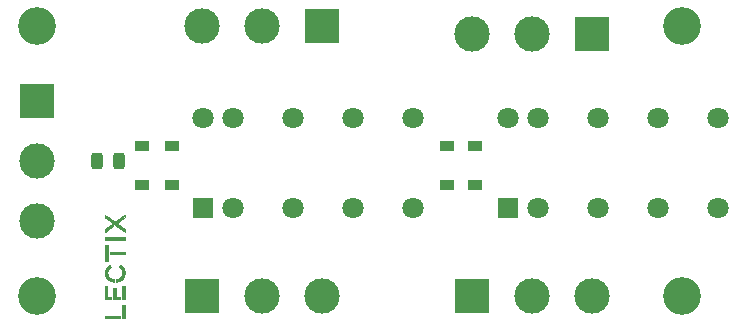
<source format=gts>
G04 #@! TF.GenerationSoftware,KiCad,Pcbnew,6.0.9-8da3e8f707~116~ubuntu20.04.1*
G04 #@! TF.CreationDate,2023-04-19T17:26:23+00:00*
G04 #@! TF.ProjectId,LEC022102,4c454330-3232-4313-9032-2e6b69636164,rev?*
G04 #@! TF.SameCoordinates,Original*
G04 #@! TF.FileFunction,Soldermask,Top*
G04 #@! TF.FilePolarity,Negative*
%FSLAX46Y46*%
G04 Gerber Fmt 4.6, Leading zero omitted, Abs format (unit mm)*
G04 Created by KiCad (PCBNEW 6.0.9-8da3e8f707~116~ubuntu20.04.1) date 2023-04-19 17:26:23*
%MOMM*%
%LPD*%
G01*
G04 APERTURE LIST*
G04 Aperture macros list*
%AMRoundRect*
0 Rectangle with rounded corners*
0 $1 Rounding radius*
0 $2 $3 $4 $5 $6 $7 $8 $9 X,Y pos of 4 corners*
0 Add a 4 corners polygon primitive as box body*
4,1,4,$2,$3,$4,$5,$6,$7,$8,$9,$2,$3,0*
0 Add four circle primitives for the rounded corners*
1,1,$1+$1,$2,$3*
1,1,$1+$1,$4,$5*
1,1,$1+$1,$6,$7*
1,1,$1+$1,$8,$9*
0 Add four rect primitives between the rounded corners*
20,1,$1+$1,$2,$3,$4,$5,0*
20,1,$1+$1,$4,$5,$6,$7,0*
20,1,$1+$1,$6,$7,$8,$9,0*
20,1,$1+$1,$8,$9,$2,$3,0*%
G04 Aperture macros list end*
%ADD10C,0.010000*%
%ADD11R,1.200000X0.900000*%
%ADD12R,3.000000X3.000000*%
%ADD13C,3.000000*%
%ADD14R,1.800000X1.800000*%
%ADD15C,1.800000*%
%ADD16C,3.200000*%
%ADD17RoundRect,0.243750X0.243750X0.456250X-0.243750X0.456250X-0.243750X-0.456250X0.243750X-0.456250X0*%
G04 APERTURE END LIST*
G04 #@! TO.C,LOGO1*
G36*
X97619820Y-90416380D02*
G01*
X96337120Y-90416380D01*
X96337120Y-90195400D01*
X97619820Y-90195400D01*
X97619820Y-90416380D01*
G37*
D10*
X97619820Y-90416380D02*
X96337120Y-90416380D01*
X96337120Y-90195400D01*
X97619820Y-90195400D01*
X97619820Y-90416380D01*
G36*
X96373183Y-87364852D02*
G01*
X96414298Y-87394936D01*
X96454325Y-87424213D01*
X96493069Y-87452542D01*
X96530338Y-87479783D01*
X96565940Y-87505794D01*
X96599680Y-87530434D01*
X96631366Y-87553564D01*
X96660806Y-87575043D01*
X96687806Y-87594729D01*
X96712172Y-87612482D01*
X96733713Y-87628161D01*
X96752236Y-87641626D01*
X96767546Y-87652735D01*
X96779452Y-87661349D01*
X96787760Y-87667326D01*
X96792277Y-87670526D01*
X96793087Y-87671054D01*
X96795269Y-87669593D01*
X96801370Y-87665293D01*
X96811192Y-87658297D01*
X96824541Y-87648744D01*
X96841220Y-87636776D01*
X96861032Y-87622535D01*
X96883783Y-87606162D01*
X96909275Y-87587798D01*
X96937314Y-87567584D01*
X96967701Y-87545663D01*
X97000243Y-87522175D01*
X97034742Y-87497261D01*
X97071003Y-87471062D01*
X97108829Y-87443721D01*
X97148025Y-87415378D01*
X97188395Y-87386175D01*
X97204766Y-87374329D01*
X97245564Y-87344810D01*
X97285274Y-87316087D01*
X97323701Y-87288301D01*
X97360647Y-87261595D01*
X97395916Y-87236111D01*
X97429310Y-87211990D01*
X97460635Y-87189374D01*
X97489692Y-87168405D01*
X97516285Y-87149225D01*
X97540218Y-87131975D01*
X97561293Y-87116798D01*
X97579315Y-87103836D01*
X97594086Y-87093230D01*
X97605411Y-87085122D01*
X97613091Y-87079654D01*
X97616932Y-87076967D01*
X97617347Y-87076704D01*
X97617981Y-87078984D01*
X97618522Y-87086178D01*
X97618969Y-87098122D01*
X97619317Y-87114651D01*
X97619563Y-87135600D01*
X97619703Y-87160804D01*
X97619734Y-87189734D01*
X97619649Y-87303610D01*
X97285780Y-87544910D01*
X97249037Y-87571474D01*
X97213426Y-87597235D01*
X97179163Y-87622035D01*
X97146466Y-87645717D01*
X97115550Y-87668124D01*
X97086632Y-87689098D01*
X97059929Y-87708483D01*
X97035658Y-87726120D01*
X97014034Y-87741853D01*
X96995274Y-87755525D01*
X96979596Y-87766977D01*
X96967215Y-87776052D01*
X96958347Y-87782594D01*
X96953211Y-87786444D01*
X96951933Y-87787480D01*
X96953950Y-87789094D01*
X96959854Y-87793545D01*
X96969427Y-87800676D01*
X96982455Y-87810326D01*
X96998722Y-87822339D01*
X97018010Y-87836553D01*
X97040106Y-87852812D01*
X97064791Y-87870956D01*
X97091851Y-87890827D01*
X97121070Y-87912266D01*
X97152231Y-87935113D01*
X97185119Y-87959211D01*
X97219518Y-87984400D01*
X97255211Y-88010523D01*
X97283644Y-88031320D01*
X97320214Y-88058075D01*
X97355667Y-88084035D01*
X97389786Y-88109039D01*
X97422355Y-88132928D01*
X97453156Y-88155542D01*
X97481973Y-88176721D01*
X97508589Y-88196307D01*
X97532787Y-88214137D01*
X97554350Y-88230054D01*
X97573061Y-88243898D01*
X97588704Y-88255507D01*
X97601061Y-88264724D01*
X97609916Y-88271387D01*
X97615051Y-88275338D01*
X97616335Y-88276430D01*
X97616529Y-88279426D01*
X97616680Y-88286975D01*
X97616789Y-88298550D01*
X97616853Y-88313625D01*
X97616870Y-88331673D01*
X97616839Y-88352167D01*
X97616759Y-88374581D01*
X97616672Y-88391352D01*
X97616010Y-88503733D01*
X96787970Y-87897775D01*
X96729907Y-87855283D01*
X96672878Y-87813543D01*
X96617019Y-87772657D01*
X96562469Y-87732724D01*
X96509363Y-87693846D01*
X96457839Y-87656122D01*
X96408036Y-87619653D01*
X96360089Y-87584541D01*
X96314136Y-87550885D01*
X96270314Y-87518786D01*
X96228761Y-87488345D01*
X96189614Y-87459662D01*
X96153011Y-87432838D01*
X96119087Y-87407973D01*
X96087981Y-87385168D01*
X96059831Y-87364523D01*
X96034772Y-87346140D01*
X96012943Y-87330118D01*
X95994481Y-87316559D01*
X95979522Y-87305563D01*
X95968205Y-87297229D01*
X95960667Y-87291660D01*
X95957044Y-87288955D01*
X95956728Y-87288706D01*
X95955936Y-87286871D01*
X95955292Y-87282807D01*
X95954789Y-87276140D01*
X95954418Y-87266496D01*
X95954171Y-87253503D01*
X95954039Y-87236788D01*
X95954016Y-87215976D01*
X95954092Y-87190696D01*
X95954188Y-87172150D01*
X95954850Y-87058704D01*
X96373183Y-87364852D01*
G37*
X96373183Y-87364852D02*
X96414298Y-87394936D01*
X96454325Y-87424213D01*
X96493069Y-87452542D01*
X96530338Y-87479783D01*
X96565940Y-87505794D01*
X96599680Y-87530434D01*
X96631366Y-87553564D01*
X96660806Y-87575043D01*
X96687806Y-87594729D01*
X96712172Y-87612482D01*
X96733713Y-87628161D01*
X96752236Y-87641626D01*
X96767546Y-87652735D01*
X96779452Y-87661349D01*
X96787760Y-87667326D01*
X96792277Y-87670526D01*
X96793087Y-87671054D01*
X96795269Y-87669593D01*
X96801370Y-87665293D01*
X96811192Y-87658297D01*
X96824541Y-87648744D01*
X96841220Y-87636776D01*
X96861032Y-87622535D01*
X96883783Y-87606162D01*
X96909275Y-87587798D01*
X96937314Y-87567584D01*
X96967701Y-87545663D01*
X97000243Y-87522175D01*
X97034742Y-87497261D01*
X97071003Y-87471062D01*
X97108829Y-87443721D01*
X97148025Y-87415378D01*
X97188395Y-87386175D01*
X97204766Y-87374329D01*
X97245564Y-87344810D01*
X97285274Y-87316087D01*
X97323701Y-87288301D01*
X97360647Y-87261595D01*
X97395916Y-87236111D01*
X97429310Y-87211990D01*
X97460635Y-87189374D01*
X97489692Y-87168405D01*
X97516285Y-87149225D01*
X97540218Y-87131975D01*
X97561293Y-87116798D01*
X97579315Y-87103836D01*
X97594086Y-87093230D01*
X97605411Y-87085122D01*
X97613091Y-87079654D01*
X97616932Y-87076967D01*
X97617347Y-87076704D01*
X97617981Y-87078984D01*
X97618522Y-87086178D01*
X97618969Y-87098122D01*
X97619317Y-87114651D01*
X97619563Y-87135600D01*
X97619703Y-87160804D01*
X97619734Y-87189734D01*
X97619649Y-87303610D01*
X97285780Y-87544910D01*
X97249037Y-87571474D01*
X97213426Y-87597235D01*
X97179163Y-87622035D01*
X97146466Y-87645717D01*
X97115550Y-87668124D01*
X97086632Y-87689098D01*
X97059929Y-87708483D01*
X97035658Y-87726120D01*
X97014034Y-87741853D01*
X96995274Y-87755525D01*
X96979596Y-87766977D01*
X96967215Y-87776052D01*
X96958347Y-87782594D01*
X96953211Y-87786444D01*
X96951933Y-87787480D01*
X96953950Y-87789094D01*
X96959854Y-87793545D01*
X96969427Y-87800676D01*
X96982455Y-87810326D01*
X96998722Y-87822339D01*
X97018010Y-87836553D01*
X97040106Y-87852812D01*
X97064791Y-87870956D01*
X97091851Y-87890827D01*
X97121070Y-87912266D01*
X97152231Y-87935113D01*
X97185119Y-87959211D01*
X97219518Y-87984400D01*
X97255211Y-88010523D01*
X97283644Y-88031320D01*
X97320214Y-88058075D01*
X97355667Y-88084035D01*
X97389786Y-88109039D01*
X97422355Y-88132928D01*
X97453156Y-88155542D01*
X97481973Y-88176721D01*
X97508589Y-88196307D01*
X97532787Y-88214137D01*
X97554350Y-88230054D01*
X97573061Y-88243898D01*
X97588704Y-88255507D01*
X97601061Y-88264724D01*
X97609916Y-88271387D01*
X97615051Y-88275338D01*
X97616335Y-88276430D01*
X97616529Y-88279426D01*
X97616680Y-88286975D01*
X97616789Y-88298550D01*
X97616853Y-88313625D01*
X97616870Y-88331673D01*
X97616839Y-88352167D01*
X97616759Y-88374581D01*
X97616672Y-88391352D01*
X97616010Y-88503733D01*
X96787970Y-87897775D01*
X96729907Y-87855283D01*
X96672878Y-87813543D01*
X96617019Y-87772657D01*
X96562469Y-87732724D01*
X96509363Y-87693846D01*
X96457839Y-87656122D01*
X96408036Y-87619653D01*
X96360089Y-87584541D01*
X96314136Y-87550885D01*
X96270314Y-87518786D01*
X96228761Y-87488345D01*
X96189614Y-87459662D01*
X96153011Y-87432838D01*
X96119087Y-87407973D01*
X96087981Y-87385168D01*
X96059831Y-87364523D01*
X96034772Y-87346140D01*
X96012943Y-87330118D01*
X95994481Y-87316559D01*
X95979522Y-87305563D01*
X95968205Y-87297229D01*
X95960667Y-87291660D01*
X95957044Y-87288955D01*
X95956728Y-87288706D01*
X95955936Y-87286871D01*
X95955292Y-87282807D01*
X95954789Y-87276140D01*
X95954418Y-87266496D01*
X95954171Y-87253503D01*
X95954039Y-87236788D01*
X95954016Y-87215976D01*
X95954092Y-87190696D01*
X95954188Y-87172150D01*
X95954850Y-87058704D01*
X96373183Y-87364852D01*
G36*
X97627440Y-95826580D02*
G01*
X97403920Y-95826580D01*
X97403920Y-94678500D01*
X97627440Y-94678500D01*
X97627440Y-95826580D01*
G37*
X97627440Y-95826580D02*
X97403920Y-95826580D01*
X97403920Y-94678500D01*
X97627440Y-94678500D01*
X97627440Y-95826580D01*
G36*
X96161860Y-94007940D02*
G01*
X96474280Y-94007940D01*
X96474280Y-94231460D01*
X95940880Y-94231460D01*
X95940880Y-93134180D01*
X96161860Y-93134180D01*
X96161860Y-94007940D01*
G37*
X96161860Y-94007940D02*
X96474280Y-94007940D01*
X96474280Y-94231460D01*
X95940880Y-94231460D01*
X95940880Y-93134180D01*
X96161860Y-93134180D01*
X96161860Y-94007940D01*
G36*
X97226120Y-95826580D02*
G01*
X95951040Y-95826580D01*
X95951040Y-95605600D01*
X97226120Y-95605600D01*
X97226120Y-95826580D01*
G37*
X97226120Y-95826580D02*
X95951040Y-95826580D01*
X95951040Y-95605600D01*
X97226120Y-95605600D01*
X97226120Y-95826580D01*
G36*
X96883220Y-94007940D02*
G01*
X97226120Y-94007940D01*
X97226120Y-94228920D01*
X96659700Y-94228920D01*
X96659700Y-93248480D01*
X96883220Y-93248480D01*
X96883220Y-94007940D01*
G37*
X96883220Y-94007940D02*
X97226120Y-94007940D01*
X97226120Y-94228920D01*
X96659700Y-94228920D01*
X96659700Y-93248480D01*
X96883220Y-93248480D01*
X96883220Y-94007940D01*
G36*
X97627440Y-94226380D02*
G01*
X97403920Y-94226380D01*
X97403920Y-93134180D01*
X97627440Y-93134180D01*
X97627440Y-94226380D01*
G37*
X97627440Y-94226380D02*
X97403920Y-94226380D01*
X97403920Y-93134180D01*
X97627440Y-93134180D01*
X97627440Y-94226380D01*
G36*
X97619820Y-89169240D02*
G01*
X95948500Y-89169240D01*
X95948500Y-88948260D01*
X97619820Y-88948260D01*
X97619820Y-89169240D01*
G37*
X97619820Y-89169240D02*
X95948500Y-89169240D01*
X95948500Y-88948260D01*
X97619820Y-88948260D01*
X97619820Y-89169240D01*
G36*
X96322046Y-91327073D02*
G01*
X96323794Y-91329384D01*
X96327936Y-91335416D01*
X96334116Y-91344624D01*
X96341976Y-91356459D01*
X96351159Y-91370373D01*
X96361308Y-91385819D01*
X96372066Y-91402250D01*
X96383075Y-91419117D01*
X96393979Y-91435873D01*
X96404419Y-91451971D01*
X96414039Y-91466862D01*
X96422482Y-91480000D01*
X96429390Y-91490835D01*
X96434407Y-91498822D01*
X96437174Y-91503412D01*
X96437584Y-91504206D01*
X96436718Y-91507032D01*
X96432095Y-91511095D01*
X96423339Y-91516695D01*
X96417914Y-91519816D01*
X96390428Y-91536911D01*
X96362002Y-91557573D01*
X96333852Y-91580771D01*
X96307197Y-91605472D01*
X96283254Y-91630644D01*
X96273140Y-91642520D01*
X96243172Y-91683154D01*
X96217127Y-91726753D01*
X96195226Y-91772804D01*
X96177690Y-91820792D01*
X96164740Y-91870203D01*
X96157813Y-91910548D01*
X96155768Y-91932054D01*
X96154722Y-91956779D01*
X96154637Y-91983240D01*
X96155480Y-92009955D01*
X96157214Y-92035443D01*
X96159804Y-92058221D01*
X96161603Y-92069174D01*
X96173608Y-92119714D01*
X96190099Y-92168225D01*
X96210857Y-92214466D01*
X96235666Y-92258196D01*
X96264308Y-92299174D01*
X96296566Y-92337159D01*
X96332223Y-92371910D01*
X96371062Y-92403186D01*
X96412864Y-92430748D01*
X96457413Y-92454352D01*
X96504492Y-92473760D01*
X96535621Y-92483801D01*
X96580052Y-92494444D01*
X96626105Y-92501072D01*
X96664145Y-92503568D01*
X96705420Y-92504972D01*
X96705420Y-92725969D01*
X96660335Y-92724493D01*
X96600765Y-92720049D01*
X96542219Y-92710761D01*
X96484945Y-92696804D01*
X96429192Y-92678357D01*
X96375206Y-92655595D01*
X96323239Y-92628694D01*
X96273537Y-92597832D01*
X96226349Y-92563184D01*
X96181923Y-92524927D01*
X96140510Y-92483238D01*
X96102355Y-92438292D01*
X96067709Y-92390267D01*
X96036820Y-92339339D01*
X96009936Y-92285684D01*
X95996046Y-92252800D01*
X95977465Y-92199923D01*
X95962763Y-92145211D01*
X95951716Y-92087795D01*
X95949434Y-92072460D01*
X95947688Y-92056281D01*
X95946339Y-92036218D01*
X95945399Y-92013456D01*
X95944875Y-91989175D01*
X95944777Y-91964559D01*
X95945115Y-91940791D01*
X95945898Y-91919051D01*
X95947135Y-91900524D01*
X95948013Y-91892120D01*
X95958111Y-91830464D01*
X95972858Y-91770518D01*
X95992120Y-91712498D01*
X96015760Y-91656620D01*
X96043642Y-91603099D01*
X96075632Y-91552150D01*
X96111592Y-91503988D01*
X96151388Y-91458829D01*
X96194884Y-91416889D01*
X96241944Y-91378383D01*
X96292433Y-91343525D01*
X96294462Y-91342247D01*
X96304604Y-91336050D01*
X96313176Y-91331127D01*
X96319284Y-91327968D01*
X96322034Y-91327067D01*
X96322046Y-91327073D01*
G37*
X96322046Y-91327073D02*
X96323794Y-91329384D01*
X96327936Y-91335416D01*
X96334116Y-91344624D01*
X96341976Y-91356459D01*
X96351159Y-91370373D01*
X96361308Y-91385819D01*
X96372066Y-91402250D01*
X96383075Y-91419117D01*
X96393979Y-91435873D01*
X96404419Y-91451971D01*
X96414039Y-91466862D01*
X96422482Y-91480000D01*
X96429390Y-91490835D01*
X96434407Y-91498822D01*
X96437174Y-91503412D01*
X96437584Y-91504206D01*
X96436718Y-91507032D01*
X96432095Y-91511095D01*
X96423339Y-91516695D01*
X96417914Y-91519816D01*
X96390428Y-91536911D01*
X96362002Y-91557573D01*
X96333852Y-91580771D01*
X96307197Y-91605472D01*
X96283254Y-91630644D01*
X96273140Y-91642520D01*
X96243172Y-91683154D01*
X96217127Y-91726753D01*
X96195226Y-91772804D01*
X96177690Y-91820792D01*
X96164740Y-91870203D01*
X96157813Y-91910548D01*
X96155768Y-91932054D01*
X96154722Y-91956779D01*
X96154637Y-91983240D01*
X96155480Y-92009955D01*
X96157214Y-92035443D01*
X96159804Y-92058221D01*
X96161603Y-92069174D01*
X96173608Y-92119714D01*
X96190099Y-92168225D01*
X96210857Y-92214466D01*
X96235666Y-92258196D01*
X96264308Y-92299174D01*
X96296566Y-92337159D01*
X96332223Y-92371910D01*
X96371062Y-92403186D01*
X96412864Y-92430748D01*
X96457413Y-92454352D01*
X96504492Y-92473760D01*
X96535621Y-92483801D01*
X96580052Y-92494444D01*
X96626105Y-92501072D01*
X96664145Y-92503568D01*
X96705420Y-92504972D01*
X96705420Y-92725969D01*
X96660335Y-92724493D01*
X96600765Y-92720049D01*
X96542219Y-92710761D01*
X96484945Y-92696804D01*
X96429192Y-92678357D01*
X96375206Y-92655595D01*
X96323239Y-92628694D01*
X96273537Y-92597832D01*
X96226349Y-92563184D01*
X96181923Y-92524927D01*
X96140510Y-92483238D01*
X96102355Y-92438292D01*
X96067709Y-92390267D01*
X96036820Y-92339339D01*
X96009936Y-92285684D01*
X95996046Y-92252800D01*
X95977465Y-92199923D01*
X95962763Y-92145211D01*
X95951716Y-92087795D01*
X95949434Y-92072460D01*
X95947688Y-92056281D01*
X95946339Y-92036218D01*
X95945399Y-92013456D01*
X95944875Y-91989175D01*
X95944777Y-91964559D01*
X95945115Y-91940791D01*
X95945898Y-91919051D01*
X95947135Y-91900524D01*
X95948013Y-91892120D01*
X95958111Y-91830464D01*
X95972858Y-91770518D01*
X95992120Y-91712498D01*
X96015760Y-91656620D01*
X96043642Y-91603099D01*
X96075632Y-91552150D01*
X96111592Y-91503988D01*
X96151388Y-91458829D01*
X96194884Y-91416889D01*
X96241944Y-91378383D01*
X96292433Y-91343525D01*
X96294462Y-91342247D01*
X96304604Y-91336050D01*
X96313176Y-91331127D01*
X96319284Y-91327968D01*
X96322034Y-91327067D01*
X96322046Y-91327073D01*
G36*
X97236864Y-91291350D02*
G01*
X97242246Y-91293764D01*
X97250130Y-91298171D01*
X97261022Y-91304839D01*
X97275432Y-91314037D01*
X97280730Y-91317468D01*
X97331247Y-91353255D01*
X97378456Y-91392767D01*
X97422181Y-91435747D01*
X97462245Y-91481939D01*
X97498473Y-91531085D01*
X97530690Y-91582929D01*
X97558719Y-91637214D01*
X97582386Y-91693683D01*
X97601513Y-91752078D01*
X97614608Y-91805614D01*
X97618715Y-91826549D01*
X97621937Y-91845693D01*
X97624387Y-91864214D01*
X97626177Y-91883279D01*
X97627419Y-91904056D01*
X97628226Y-91927714D01*
X97628665Y-91951810D01*
X97628860Y-91970035D01*
X97628960Y-91986929D01*
X97628966Y-92001719D01*
X97628880Y-92013633D01*
X97628704Y-92021897D01*
X97628485Y-92025470D01*
X97627741Y-92031358D01*
X97626630Y-92040690D01*
X97625341Y-92051862D01*
X97624735Y-92057220D01*
X97616047Y-92112997D01*
X97602574Y-92168993D01*
X97584545Y-92224599D01*
X97562188Y-92279206D01*
X97535731Y-92332203D01*
X97505401Y-92382981D01*
X97499955Y-92391230D01*
X97479098Y-92421202D01*
X97458653Y-92447956D01*
X97437317Y-92473058D01*
X97413790Y-92498073D01*
X97398501Y-92513282D01*
X97351656Y-92555480D01*
X97302179Y-92593384D01*
X97250236Y-92626914D01*
X97195994Y-92655986D01*
X97139618Y-92680518D01*
X97081274Y-92700426D01*
X97021129Y-92715629D01*
X96975477Y-92723813D01*
X96966261Y-92725020D01*
X96953810Y-92726423D01*
X96939307Y-92727913D01*
X96923937Y-92729382D01*
X96908885Y-92730719D01*
X96895334Y-92731815D01*
X96884470Y-92732562D01*
X96877505Y-92732850D01*
X96877107Y-92730398D01*
X96876738Y-92723379D01*
X96876405Y-92712308D01*
X96876119Y-92697696D01*
X96875886Y-92680059D01*
X96875717Y-92659909D01*
X96875620Y-92637759D01*
X96875600Y-92621481D01*
X96875600Y-92510101D01*
X96909255Y-92508598D01*
X96958642Y-92503880D01*
X97007391Y-92494286D01*
X97055126Y-92480012D01*
X97101472Y-92461257D01*
X97146055Y-92438216D01*
X97188500Y-92411087D01*
X97228432Y-92380067D01*
X97265476Y-92345352D01*
X97299258Y-92307140D01*
X97304066Y-92301060D01*
X97332193Y-92260962D01*
X97356754Y-92217655D01*
X97377491Y-92171786D01*
X97394147Y-92124001D01*
X97406466Y-92074946D01*
X97414191Y-92025267D01*
X97414331Y-92023939D01*
X97415812Y-92002583D01*
X97416277Y-91977988D01*
X97415784Y-91951830D01*
X97414393Y-91925784D01*
X97412161Y-91901525D01*
X97409369Y-91881960D01*
X97397968Y-91831580D01*
X97382011Y-91782829D01*
X97361722Y-91736027D01*
X97337326Y-91691494D01*
X97309050Y-91649553D01*
X97277119Y-91610523D01*
X97241757Y-91574725D01*
X97203189Y-91542479D01*
X97161642Y-91514107D01*
X97143570Y-91503541D01*
X97135866Y-91499236D01*
X97130162Y-91496023D01*
X97127660Y-91494581D01*
X97127648Y-91494572D01*
X97128589Y-91492282D01*
X97131586Y-91486034D01*
X97136356Y-91476378D01*
X97142617Y-91463866D01*
X97150087Y-91449050D01*
X97158484Y-91432482D01*
X97167526Y-91414712D01*
X97176930Y-91396291D01*
X97186414Y-91377773D01*
X97195697Y-91359708D01*
X97204496Y-91342647D01*
X97212530Y-91327143D01*
X97219515Y-91313746D01*
X97225170Y-91303008D01*
X97229212Y-91295481D01*
X97231360Y-91291716D01*
X97231574Y-91291421D01*
X97233476Y-91290658D01*
X97236864Y-91291350D01*
G37*
X97236864Y-91291350D02*
X97242246Y-91293764D01*
X97250130Y-91298171D01*
X97261022Y-91304839D01*
X97275432Y-91314037D01*
X97280730Y-91317468D01*
X97331247Y-91353255D01*
X97378456Y-91392767D01*
X97422181Y-91435747D01*
X97462245Y-91481939D01*
X97498473Y-91531085D01*
X97530690Y-91582929D01*
X97558719Y-91637214D01*
X97582386Y-91693683D01*
X97601513Y-91752078D01*
X97614608Y-91805614D01*
X97618715Y-91826549D01*
X97621937Y-91845693D01*
X97624387Y-91864214D01*
X97626177Y-91883279D01*
X97627419Y-91904056D01*
X97628226Y-91927714D01*
X97628665Y-91951810D01*
X97628860Y-91970035D01*
X97628960Y-91986929D01*
X97628966Y-92001719D01*
X97628880Y-92013633D01*
X97628704Y-92021897D01*
X97628485Y-92025470D01*
X97627741Y-92031358D01*
X97626630Y-92040690D01*
X97625341Y-92051862D01*
X97624735Y-92057220D01*
X97616047Y-92112997D01*
X97602574Y-92168993D01*
X97584545Y-92224599D01*
X97562188Y-92279206D01*
X97535731Y-92332203D01*
X97505401Y-92382981D01*
X97499955Y-92391230D01*
X97479098Y-92421202D01*
X97458653Y-92447956D01*
X97437317Y-92473058D01*
X97413790Y-92498073D01*
X97398501Y-92513282D01*
X97351656Y-92555480D01*
X97302179Y-92593384D01*
X97250236Y-92626914D01*
X97195994Y-92655986D01*
X97139618Y-92680518D01*
X97081274Y-92700426D01*
X97021129Y-92715629D01*
X96975477Y-92723813D01*
X96966261Y-92725020D01*
X96953810Y-92726423D01*
X96939307Y-92727913D01*
X96923937Y-92729382D01*
X96908885Y-92730719D01*
X96895334Y-92731815D01*
X96884470Y-92732562D01*
X96877505Y-92732850D01*
X96877107Y-92730398D01*
X96876738Y-92723379D01*
X96876405Y-92712308D01*
X96876119Y-92697696D01*
X96875886Y-92680059D01*
X96875717Y-92659909D01*
X96875620Y-92637759D01*
X96875600Y-92621481D01*
X96875600Y-92510101D01*
X96909255Y-92508598D01*
X96958642Y-92503880D01*
X97007391Y-92494286D01*
X97055126Y-92480012D01*
X97101472Y-92461257D01*
X97146055Y-92438216D01*
X97188500Y-92411087D01*
X97228432Y-92380067D01*
X97265476Y-92345352D01*
X97299258Y-92307140D01*
X97304066Y-92301060D01*
X97332193Y-92260962D01*
X97356754Y-92217655D01*
X97377491Y-92171786D01*
X97394147Y-92124001D01*
X97406466Y-92074946D01*
X97414191Y-92025267D01*
X97414331Y-92023939D01*
X97415812Y-92002583D01*
X97416277Y-91977988D01*
X97415784Y-91951830D01*
X97414393Y-91925784D01*
X97412161Y-91901525D01*
X97409369Y-91881960D01*
X97397968Y-91831580D01*
X97382011Y-91782829D01*
X97361722Y-91736027D01*
X97337326Y-91691494D01*
X97309050Y-91649553D01*
X97277119Y-91610523D01*
X97241757Y-91574725D01*
X97203189Y-91542479D01*
X97161642Y-91514107D01*
X97143570Y-91503541D01*
X97135866Y-91499236D01*
X97130162Y-91496023D01*
X97127660Y-91494581D01*
X97127648Y-91494572D01*
X97128589Y-91492282D01*
X97131586Y-91486034D01*
X97136356Y-91476378D01*
X97142617Y-91463866D01*
X97150087Y-91449050D01*
X97158484Y-91432482D01*
X97167526Y-91414712D01*
X97176930Y-91396291D01*
X97186414Y-91377773D01*
X97195697Y-91359708D01*
X97204496Y-91342647D01*
X97212530Y-91327143D01*
X97219515Y-91313746D01*
X97225170Y-91303008D01*
X97229212Y-91295481D01*
X97231360Y-91291716D01*
X97231574Y-91291421D01*
X97233476Y-91290658D01*
X97236864Y-91291350D01*
G36*
X96521001Y-87896871D02*
G01*
X96527439Y-87900923D01*
X96536779Y-87907183D01*
X96548461Y-87915245D01*
X96561928Y-87924707D01*
X96576622Y-87935162D01*
X96591984Y-87946207D01*
X96607457Y-87957438D01*
X96622483Y-87968449D01*
X96636504Y-87978838D01*
X96648962Y-87988199D01*
X96659298Y-87996128D01*
X96666955Y-88002221D01*
X96671375Y-88006073D01*
X96672247Y-88007190D01*
X96670223Y-88008929D01*
X96664295Y-88013496D01*
X96654671Y-88020736D01*
X96641561Y-88030498D01*
X96625174Y-88042627D01*
X96605719Y-88056971D01*
X96583405Y-88073375D01*
X96558442Y-88091687D01*
X96531037Y-88111753D01*
X96501402Y-88133421D01*
X96469743Y-88156535D01*
X96436272Y-88180944D01*
X96401196Y-88206494D01*
X96364724Y-88233032D01*
X96327067Y-88260404D01*
X96315493Y-88268810D01*
X96277445Y-88296442D01*
X96240468Y-88323293D01*
X96204772Y-88349211D01*
X96170572Y-88374040D01*
X96138081Y-88397626D01*
X96107511Y-88419814D01*
X96079075Y-88440451D01*
X96052985Y-88459382D01*
X96029456Y-88476452D01*
X96008699Y-88491507D01*
X95990927Y-88504392D01*
X95976354Y-88514953D01*
X95965192Y-88523036D01*
X95957654Y-88528486D01*
X95953952Y-88531149D01*
X95953630Y-88531375D01*
X95952417Y-88532123D01*
X95951412Y-88532285D01*
X95950595Y-88531437D01*
X95949947Y-88529156D01*
X95949449Y-88525019D01*
X95949081Y-88518601D01*
X95948823Y-88509478D01*
X95948655Y-88497228D01*
X95948559Y-88481427D01*
X95948514Y-88461651D01*
X95948500Y-88437475D01*
X95948499Y-88420446D01*
X95948500Y-88306032D01*
X96231044Y-88100731D01*
X96264835Y-88076201D01*
X96297537Y-88052507D01*
X96328909Y-88029820D01*
X96358714Y-88008311D01*
X96386711Y-87988152D01*
X96412663Y-87969513D01*
X96436329Y-87952565D01*
X96457470Y-87937480D01*
X96475848Y-87924429D01*
X96491223Y-87913582D01*
X96503356Y-87905111D01*
X96512009Y-87899186D01*
X96516942Y-87895979D01*
X96518021Y-87895430D01*
X96521001Y-87896871D01*
G37*
X96521001Y-87896871D02*
X96527439Y-87900923D01*
X96536779Y-87907183D01*
X96548461Y-87915245D01*
X96561928Y-87924707D01*
X96576622Y-87935162D01*
X96591984Y-87946207D01*
X96607457Y-87957438D01*
X96622483Y-87968449D01*
X96636504Y-87978838D01*
X96648962Y-87988199D01*
X96659298Y-87996128D01*
X96666955Y-88002221D01*
X96671375Y-88006073D01*
X96672247Y-88007190D01*
X96670223Y-88008929D01*
X96664295Y-88013496D01*
X96654671Y-88020736D01*
X96641561Y-88030498D01*
X96625174Y-88042627D01*
X96605719Y-88056971D01*
X96583405Y-88073375D01*
X96558442Y-88091687D01*
X96531037Y-88111753D01*
X96501402Y-88133421D01*
X96469743Y-88156535D01*
X96436272Y-88180944D01*
X96401196Y-88206494D01*
X96364724Y-88233032D01*
X96327067Y-88260404D01*
X96315493Y-88268810D01*
X96277445Y-88296442D01*
X96240468Y-88323293D01*
X96204772Y-88349211D01*
X96170572Y-88374040D01*
X96138081Y-88397626D01*
X96107511Y-88419814D01*
X96079075Y-88440451D01*
X96052985Y-88459382D01*
X96029456Y-88476452D01*
X96008699Y-88491507D01*
X95990927Y-88504392D01*
X95976354Y-88514953D01*
X95965192Y-88523036D01*
X95957654Y-88528486D01*
X95953952Y-88531149D01*
X95953630Y-88531375D01*
X95952417Y-88532123D01*
X95951412Y-88532285D01*
X95950595Y-88531437D01*
X95949947Y-88529156D01*
X95949449Y-88525019D01*
X95949081Y-88518601D01*
X95948823Y-88509478D01*
X95948655Y-88497228D01*
X95948559Y-88481427D01*
X95948514Y-88461651D01*
X95948500Y-88437475D01*
X95948499Y-88420446D01*
X95948500Y-88306032D01*
X96231044Y-88100731D01*
X96264835Y-88076201D01*
X96297537Y-88052507D01*
X96328909Y-88029820D01*
X96358714Y-88008311D01*
X96386711Y-87988152D01*
X96412663Y-87969513D01*
X96436329Y-87952565D01*
X96457470Y-87937480D01*
X96475848Y-87924429D01*
X96491223Y-87913582D01*
X96503356Y-87905111D01*
X96512009Y-87899186D01*
X96516942Y-87895979D01*
X96518021Y-87895430D01*
X96521001Y-87896871D01*
G36*
X96169480Y-90985340D02*
G01*
X95948500Y-90985340D01*
X95948500Y-89616280D01*
X96169480Y-89616280D01*
X96169480Y-90985340D01*
G37*
X96169480Y-90985340D02*
X95948500Y-90985340D01*
X95948500Y-89616280D01*
X96169480Y-89616280D01*
X96169480Y-90985340D01*
G04 #@! TD*
D11*
G04 #@! TO.C,D1*
X99060000Y-84580000D03*
X99060000Y-81280000D03*
G04 #@! TD*
G04 #@! TO.C,D2*
X101600000Y-84580000D03*
X101600000Y-81280000D03*
G04 #@! TD*
D12*
G04 #@! TO.C,J2*
X104140000Y-93980000D03*
D13*
X109220000Y-93980000D03*
X114300000Y-93980000D03*
G04 #@! TD*
D12*
G04 #@! TO.C,J3*
X114300000Y-71120000D03*
D13*
X109220000Y-71120000D03*
X104140000Y-71120000D03*
G04 #@! TD*
D14*
G04 #@! TO.C,K1*
X104267000Y-86487000D03*
D15*
X106807000Y-86487000D03*
X111887000Y-86487000D03*
X116967000Y-86487000D03*
X122047000Y-86487000D03*
X122047000Y-78867000D03*
X116967000Y-78867000D03*
X111887000Y-78867000D03*
X106807000Y-78867000D03*
X104267000Y-78867000D03*
G04 #@! TD*
D12*
G04 #@! TO.C,J1*
X90170000Y-77470000D03*
D13*
X90170000Y-82550000D03*
X90170000Y-87630000D03*
G04 #@! TD*
D16*
G04 #@! TO.C,H1*
X144780000Y-71120000D03*
G04 #@! TD*
G04 #@! TO.C,H2*
X90170000Y-93980000D03*
G04 #@! TD*
G04 #@! TO.C,H3*
X144780000Y-93980000D03*
G04 #@! TD*
G04 #@! TO.C,H4*
X90170000Y-71120000D03*
G04 #@! TD*
D17*
G04 #@! TO.C,R1*
X97125000Y-82550000D03*
X95250000Y-82550000D03*
G04 #@! TD*
D11*
G04 #@! TO.C,D3*
X124900000Y-84580000D03*
X124900000Y-81280000D03*
G04 #@! TD*
D14*
G04 #@! TO.C,K2*
X130094688Y-86487000D03*
D15*
X132634688Y-86487000D03*
X137714688Y-86487000D03*
X142794688Y-86487000D03*
X147874688Y-86487000D03*
X147874688Y-78867000D03*
X142794688Y-78867000D03*
X137714688Y-78867000D03*
X132634688Y-78867000D03*
X130094688Y-78867000D03*
G04 #@! TD*
D12*
G04 #@! TO.C,J5*
X137160000Y-71755000D03*
D13*
X132080000Y-71755000D03*
X127000000Y-71755000D03*
G04 #@! TD*
D12*
G04 #@! TO.C,J4*
X127000000Y-93980000D03*
D13*
X132080000Y-93980000D03*
X137160000Y-93980000D03*
G04 #@! TD*
D11*
G04 #@! TO.C,D4*
X127300000Y-84580000D03*
X127300000Y-81280000D03*
G04 #@! TD*
M02*

</source>
